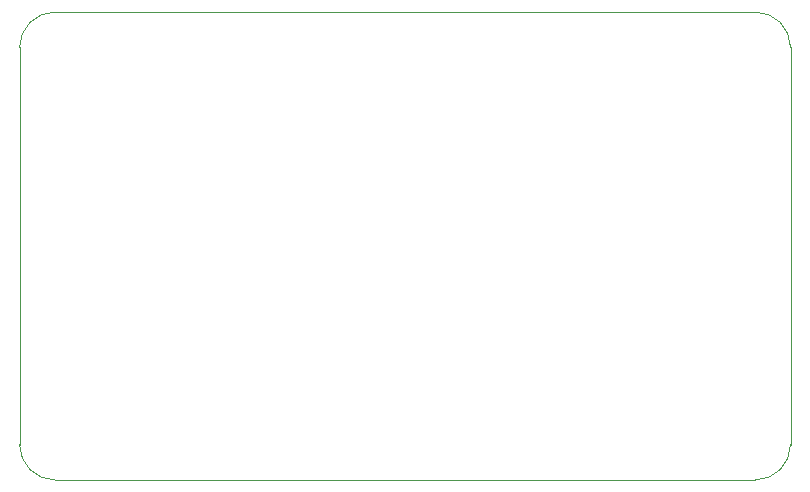
<source format=gbr>
%TF.GenerationSoftware,KiCad,Pcbnew,8.0.3*%
%TF.CreationDate,2024-08-02T22:41:38+02:00*%
%TF.ProjectId,IOT board sensor,494f5420-626f-4617-9264-2073656e736f,rev?*%
%TF.SameCoordinates,Original*%
%TF.FileFunction,Profile,NP*%
%FSLAX46Y46*%
G04 Gerber Fmt 4.6, Leading zero omitted, Abs format (unit mm)*
G04 Created by KiCad (PCBNEW 8.0.3) date 2024-08-02 22:41:38*
%MOMM*%
%LPD*%
G01*
G04 APERTURE LIST*
%TA.AperFunction,Profile*%
%ADD10C,0.050000*%
%TD*%
G04 APERTURE END LIST*
D10*
X133048000Y-111760000D02*
G75*
G02*
X130048000Y-108760000I0J3000000D01*
G01*
X130048000Y-75136000D02*
G75*
G02*
X133048000Y-72136000I3000000J0D01*
G01*
X195326000Y-108760000D02*
G75*
G02*
X192326000Y-111760000I-3000000J0D01*
G01*
X192326000Y-72136000D02*
G75*
G02*
X195326000Y-75136000I0J-3000000D01*
G01*
X133048000Y-72136000D02*
X192326000Y-72136000D01*
X130048000Y-108760000D02*
X130048000Y-75136000D01*
X192326000Y-111760000D02*
X133048000Y-111760000D01*
X195326000Y-75136000D02*
X195326000Y-108760000D01*
M02*

</source>
